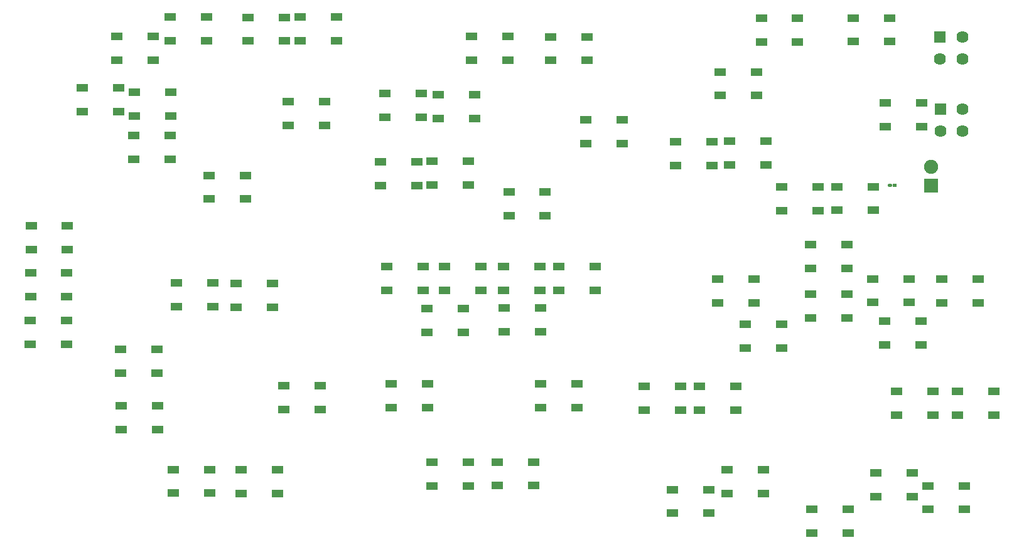
<source format=gbr>
%TF.GenerationSoftware,KiCad,Pcbnew,(5.1.6)-1*%
%TF.CreationDate,2020-11-25T11:23:34+11:00*%
%TF.ProjectId,SIM CNTL Panel PCB V1,53494d20-434e-4544-9c20-50616e656c20,rev?*%
%TF.SameCoordinates,Original*%
%TF.FileFunction,Soldermask,Top*%
%TF.FilePolarity,Negative*%
%FSLAX46Y46*%
G04 Gerber Fmt 4.6, Leading zero omitted, Abs format (unit mm)*
G04 Created by KiCad (PCBNEW (5.1.6)-1) date 2020-11-25 11:23:34*
%MOMM*%
%LPD*%
G01*
G04 APERTURE LIST*
%ADD10R,1.600000X1.100000*%
%ADD11C,1.620000*%
%ADD12R,1.620000X1.620000*%
%ADD13C,1.900000*%
%ADD14R,1.900000X1.900000*%
G04 APERTURE END LIST*
D10*
%TO.C,D62*%
X136767000Y-94691400D03*
X136767000Y-97891400D03*
X141667000Y-94691400D03*
X141667000Y-97891400D03*
%TD*%
%TO.C,D61*%
X131981000Y-104877000D03*
X131981000Y-108077000D03*
X136881000Y-104877000D03*
X136881000Y-108077000D03*
%TD*%
%TO.C,D60*%
X137442000Y-115443000D03*
X137442000Y-118643000D03*
X142342000Y-115443000D03*
X142342000Y-118643000D03*
%TD*%
%TO.C,D59*%
X146242000Y-115418000D03*
X146242000Y-118618000D03*
X151142000Y-115418000D03*
X151142000Y-118618000D03*
%TD*%
%TO.C,D58*%
X152097000Y-104902000D03*
X152097000Y-108102000D03*
X156997000Y-104902000D03*
X156997000Y-108102000D03*
%TD*%
%TO.C,D57*%
X147170000Y-94665800D03*
X147170000Y-97865800D03*
X152070000Y-94665800D03*
X152070000Y-97865800D03*
%TD*%
%TO.C,D56*%
X154536000Y-89077800D03*
X154536000Y-92277800D03*
X159436000Y-89077800D03*
X159436000Y-92277800D03*
%TD*%
%TO.C,D55*%
X147105000Y-89078000D03*
X147105000Y-92278000D03*
X152005000Y-89078000D03*
X152005000Y-92278000D03*
%TD*%
%TO.C,D54*%
X139118000Y-89052800D03*
X139118000Y-92252800D03*
X144018000Y-89052800D03*
X144018000Y-92252800D03*
%TD*%
%TO.C,D53*%
X188482000Y-92761000D03*
X188482000Y-95961000D03*
X193382000Y-92761000D03*
X193382000Y-95961000D03*
%TD*%
%TO.C,D52*%
X175973000Y-90728800D03*
X175973000Y-93928800D03*
X180873000Y-90728800D03*
X180873000Y-93928800D03*
%TD*%
%TO.C,D51*%
X179682000Y-96850200D03*
X179682000Y-100050200D03*
X184582000Y-96850200D03*
X184582000Y-100050200D03*
%TD*%
%TO.C,D50*%
X166042000Y-105207000D03*
X166042000Y-108407000D03*
X170942000Y-105207000D03*
X170942000Y-108407000D03*
%TD*%
%TO.C,D49*%
X173496000Y-105207000D03*
X173496000Y-108407000D03*
X178396000Y-105207000D03*
X178396000Y-108407000D03*
%TD*%
%TO.C,D48*%
X169864000Y-119152000D03*
X169864000Y-122352000D03*
X174764000Y-119152000D03*
X174764000Y-122352000D03*
%TD*%
%TO.C,D47*%
X177269000Y-116510000D03*
X177269000Y-119710000D03*
X182169000Y-116510000D03*
X182169000Y-119710000D03*
%TD*%
%TO.C,D46*%
X188685000Y-121793000D03*
X188685000Y-124993000D03*
X193585000Y-121793000D03*
X193585000Y-124993000D03*
%TD*%
%TO.C,D45*%
X197284000Y-116891000D03*
X197284000Y-120091000D03*
X202184000Y-116891000D03*
X202184000Y-120091000D03*
%TD*%
%TO.C,D44*%
X204345000Y-118643000D03*
X204345000Y-121843000D03*
X209245000Y-118643000D03*
X209245000Y-121843000D03*
%TD*%
%TO.C,D43*%
X208345000Y-105867000D03*
X208345000Y-109067000D03*
X213245000Y-105867000D03*
X213245000Y-109067000D03*
%TD*%
%TO.C,D42*%
X200090000Y-105893000D03*
X200090000Y-109093000D03*
X204990000Y-105893000D03*
X204990000Y-109093000D03*
%TD*%
%TO.C,D41*%
X198503000Y-96393000D03*
X198503000Y-99593000D03*
X203403000Y-96393000D03*
X203403000Y-99593000D03*
%TD*%
%TO.C,D40*%
X206199000Y-90729200D03*
X206199000Y-93929200D03*
X211099000Y-90729200D03*
X211099000Y-93929200D03*
%TD*%
%TO.C,D39*%
X196903000Y-90703400D03*
X196903000Y-93903400D03*
X201803000Y-90703400D03*
X201803000Y-93903400D03*
%TD*%
%TO.C,D38*%
X188493000Y-86106000D03*
X188493000Y-89306000D03*
X193393000Y-86106000D03*
X193393000Y-89306000D03*
%TD*%
%TO.C,R1*%
G36*
G01*
X199502000Y-77954600D02*
X199502000Y-78204600D01*
G75*
G02*
X199377000Y-78329600I-125000J0D01*
G01*
X199067000Y-78329600D01*
G75*
G02*
X198942000Y-78204600I0J125000D01*
G01*
X198942000Y-77954600D01*
G75*
G02*
X199067000Y-77829600I125000J0D01*
G01*
X199377000Y-77829600D01*
G75*
G02*
X199502000Y-77954600I0J-125000D01*
G01*
G37*
G36*
G01*
X200142000Y-77954600D02*
X200142000Y-78204600D01*
G75*
G02*
X200017000Y-78329600I-125000J0D01*
G01*
X199707000Y-78329600D01*
G75*
G02*
X199582000Y-78204600I0J125000D01*
G01*
X199582000Y-77954600D01*
G75*
G02*
X199707000Y-77829600I125000J0D01*
G01*
X200017000Y-77829600D01*
G75*
G02*
X200142000Y-77954600I0J-125000D01*
G01*
G37*
%TD*%
D11*
%TO.C,J2*%
X208990999Y-70792599D03*
X208990999Y-67792600D03*
X205991000Y-70792599D03*
D12*
X205991000Y-67792600D03*
%TD*%
D11*
%TO.C,J1*%
X208965999Y-61013599D03*
X208965999Y-58013600D03*
X205966000Y-61013599D03*
D12*
X205966000Y-58013600D03*
%TD*%
D10*
%TO.C,D37*%
X131383000Y-89027200D03*
X131383000Y-92227200D03*
X136283000Y-89027200D03*
X136283000Y-92227200D03*
%TD*%
%TO.C,D36*%
X95441600Y-100254000D03*
X95441600Y-103454000D03*
X100341600Y-100254000D03*
X100341600Y-103454000D03*
%TD*%
%TO.C,D35*%
X95531600Y-107874000D03*
X95531600Y-111074000D03*
X100431600Y-107874000D03*
X100431600Y-111074000D03*
%TD*%
%TO.C,D34*%
X102604000Y-116434000D03*
X102604000Y-119634000D03*
X107504000Y-116434000D03*
X107504000Y-119634000D03*
%TD*%
%TO.C,D33*%
X111686000Y-116484000D03*
X111686000Y-119684000D03*
X116586000Y-116484000D03*
X116586000Y-119684000D03*
%TD*%
%TO.C,D32*%
X117489000Y-105156000D03*
X117489000Y-108356000D03*
X122389000Y-105156000D03*
X122389000Y-108356000D03*
%TD*%
%TO.C,D31*%
X111076000Y-91363800D03*
X111076000Y-94563800D03*
X115976000Y-91363800D03*
X115976000Y-94563800D03*
%TD*%
%TO.C,D30*%
X102999000Y-91262200D03*
X102999000Y-94462200D03*
X107899000Y-91262200D03*
X107899000Y-94462200D03*
%TD*%
%TO.C,D29*%
X83288800Y-96342200D03*
X83288800Y-99542200D03*
X88188800Y-96342200D03*
X88188800Y-99542200D03*
%TD*%
%TO.C,D28*%
X83314200Y-89865200D03*
X83314200Y-93065200D03*
X88214200Y-89865200D03*
X88214200Y-93065200D03*
%TD*%
%TO.C,D27*%
X83390400Y-83540600D03*
X83390400Y-86740600D03*
X88290400Y-83540600D03*
X88290400Y-86740600D03*
%TD*%
%TO.C,D26*%
X176304000Y-62763400D03*
X176304000Y-65963400D03*
X181204000Y-62763400D03*
X181204000Y-65963400D03*
%TD*%
%TO.C,D25*%
X170282000Y-72186800D03*
X170282000Y-75386800D03*
X175182000Y-72186800D03*
X175182000Y-75386800D03*
%TD*%
%TO.C,D24*%
X177574000Y-72136000D03*
X177574000Y-75336000D03*
X182474000Y-72136000D03*
X182474000Y-75336000D03*
%TD*%
%TO.C,D23*%
X184635000Y-78282800D03*
X184635000Y-81482800D03*
X189535000Y-78282800D03*
X189535000Y-81482800D03*
%TD*%
%TO.C,D22*%
X192102000Y-78257800D03*
X192102000Y-81457800D03*
X197002000Y-78257800D03*
X197002000Y-81457800D03*
%TD*%
%TO.C,D21*%
X198554000Y-66929000D03*
X198554000Y-70129000D03*
X203454000Y-66929000D03*
X203454000Y-70129000D03*
%TD*%
%TO.C,D20*%
X194248000Y-55473800D03*
X194248000Y-58673800D03*
X199148000Y-55473800D03*
X199148000Y-58673800D03*
%TD*%
%TO.C,D19*%
X181864000Y-55549800D03*
X181864000Y-58749800D03*
X186764000Y-55549800D03*
X186764000Y-58749800D03*
%TD*%
%TO.C,D18*%
X142776000Y-57988200D03*
X142776000Y-61188200D03*
X147676000Y-57988200D03*
X147676000Y-61188200D03*
%TD*%
%TO.C,D17*%
X153430000Y-58013800D03*
X153430000Y-61213800D03*
X158330000Y-58013800D03*
X158330000Y-61213800D03*
%TD*%
%TO.C,D16*%
X158230000Y-69240600D03*
X158230000Y-72440600D03*
X163130000Y-69240600D03*
X163130000Y-72440600D03*
%TD*%
%TO.C,D15*%
X147830000Y-78968600D03*
X147830000Y-82168600D03*
X152730000Y-78968600D03*
X152730000Y-82168600D03*
%TD*%
%TO.C,D14*%
X137442000Y-74853800D03*
X137442000Y-78053800D03*
X142342000Y-74853800D03*
X142342000Y-78053800D03*
%TD*%
%TO.C,D13*%
X130482000Y-74879200D03*
X130482000Y-78079200D03*
X135382000Y-74879200D03*
X135382000Y-78079200D03*
%TD*%
%TO.C,D12*%
X138305000Y-65836800D03*
X138305000Y-69036800D03*
X143205000Y-65836800D03*
X143205000Y-69036800D03*
%TD*%
%TO.C,D11*%
X131117000Y-65684400D03*
X131117000Y-68884400D03*
X136017000Y-65684400D03*
X136017000Y-68884400D03*
%TD*%
%TO.C,D10*%
X90299200Y-64897000D03*
X90299200Y-68097000D03*
X95199200Y-64897000D03*
X95199200Y-68097000D03*
%TD*%
%TO.C,D9*%
X97309600Y-65506600D03*
X97309600Y-68706600D03*
X102209600Y-65506600D03*
X102209600Y-68706600D03*
%TD*%
%TO.C,D8*%
X97219600Y-71374200D03*
X97219600Y-74574200D03*
X102119600Y-71374200D03*
X102119600Y-74574200D03*
%TD*%
%TO.C,D7*%
X107368000Y-76733400D03*
X107368000Y-79933400D03*
X112268000Y-76733400D03*
X112268000Y-79933400D03*
%TD*%
%TO.C,D6*%
X118061000Y-66751200D03*
X118061000Y-69951200D03*
X122961000Y-66751200D03*
X122961000Y-69951200D03*
%TD*%
%TO.C,D5*%
X119710200Y-55372400D03*
X119710200Y-58572400D03*
X124610200Y-55372400D03*
X124610200Y-58572400D03*
%TD*%
%TO.C,D4*%
X112649000Y-55397800D03*
X112649000Y-58597800D03*
X117549000Y-55397800D03*
X117549000Y-58597800D03*
%TD*%
%TO.C,D3*%
X102147000Y-55372200D03*
X102147000Y-58572200D03*
X107047000Y-55372200D03*
X107047000Y-58572200D03*
%TD*%
%TO.C,D2*%
X94933600Y-57988400D03*
X94933600Y-61188400D03*
X99833600Y-57988400D03*
X99833600Y-61188400D03*
%TD*%
D13*
%TO.C,D1*%
X204724000Y-75539600D03*
D14*
X204724000Y-78079600D03*
%TD*%
M02*

</source>
